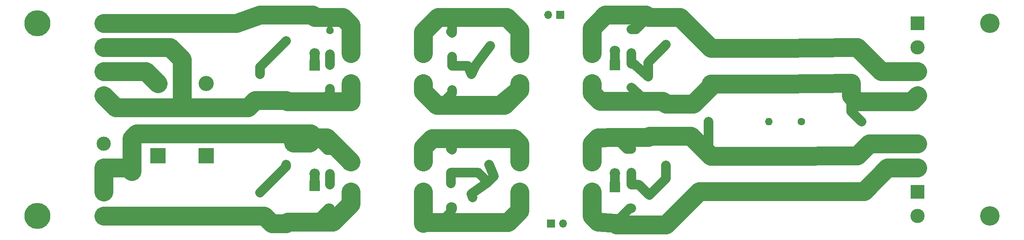
<source format=gbr>
G04 #@! TF.FileFunction,Copper,L1,Top,Signal*
%FSLAX46Y46*%
G04 Gerber Fmt 4.6, Leading zero omitted, Abs format (unit mm)*
G04 Created by KiCad (PCBNEW 4.0.7) date 09/14/20 12:11:08*
%MOMM*%
%LPD*%
G01*
G04 APERTURE LIST*
%ADD10C,0.100000*%
%ADD11R,1.700000X1.700000*%
%ADD12O,1.700000X1.700000*%
%ADD13C,1.600000*%
%ADD14O,1.600000X1.600000*%
%ADD15R,2.400000X2.400000*%
%ADD16C,2.400000*%
%ADD17R,3.200000X3.200000*%
%ADD18O,3.200000X3.200000*%
%ADD19R,2.200000X2.200000*%
%ADD20O,2.200000X2.200000*%
%ADD21R,3.000000X3.000000*%
%ADD22C,3.000000*%
%ADD23C,5.500000*%
%ADD24C,4.100000*%
%ADD25C,1.000000*%
%ADD26C,4.000000*%
%ADD27C,2.000000*%
G04 APERTURE END LIST*
D10*
D11*
X149520000Y-47800000D03*
D12*
X146980000Y-47800000D03*
D13*
X86270000Y-47800000D03*
D14*
X86270000Y-60300000D03*
D13*
X86270000Y-72800000D03*
D14*
X86270000Y-85300000D03*
D13*
X130770000Y-47800000D03*
D14*
X130770000Y-60300000D03*
D13*
X131020000Y-73800000D03*
D14*
X131020000Y-86300000D03*
D13*
X168020000Y-60800000D03*
D14*
X168020000Y-48300000D03*
D13*
X168270000Y-85800000D03*
D14*
X168270000Y-73300000D03*
D15*
X181270000Y-54800000D03*
D16*
X181270000Y-62300000D03*
D15*
X181270000Y-77550000D03*
D16*
X181270000Y-85050000D03*
D15*
X196020000Y-54800000D03*
D16*
X196020000Y-62300000D03*
D15*
X196020000Y-77550000D03*
D16*
X196020000Y-85050000D03*
D15*
X210820000Y-54610000D03*
D16*
X210820000Y-62110000D03*
D15*
X210820000Y-77470000D03*
D16*
X210820000Y-84970000D03*
D17*
X64770000Y-49530000D03*
D18*
X64770000Y-62230000D03*
D17*
X64770000Y-77470000D03*
D18*
X64770000Y-90170000D03*
D17*
X74930000Y-49530000D03*
D18*
X74930000Y-62230000D03*
D17*
X74930000Y-77470000D03*
D18*
X74930000Y-90170000D03*
D19*
X97790000Y-48260000D03*
D20*
X97790000Y-55880000D03*
D19*
X97790000Y-58420000D03*
D20*
X97790000Y-66040000D03*
D19*
X97790000Y-73660000D03*
D20*
X97790000Y-81280000D03*
D19*
X97790000Y-83820000D03*
D20*
X97790000Y-91440000D03*
D19*
X161020000Y-47800000D03*
D20*
X161020000Y-55420000D03*
D19*
X161020000Y-58300000D03*
D20*
X161020000Y-65920000D03*
D19*
X161020000Y-73550000D03*
D20*
X161020000Y-81170000D03*
D19*
X161020000Y-84050000D03*
D20*
X161020000Y-91670000D03*
D21*
X53340000Y-54610000D03*
D22*
X53340000Y-49530000D03*
D21*
X53340000Y-64770000D03*
D22*
X53340000Y-59690000D03*
D21*
X53340000Y-80010000D03*
D22*
X53340000Y-74930000D03*
D21*
X53340000Y-90170000D03*
D22*
X53340000Y-85090000D03*
D21*
X224790000Y-59690000D03*
D22*
X224790000Y-64770000D03*
D21*
X224790000Y-85090000D03*
D22*
X224790000Y-90170000D03*
D21*
X224790000Y-49530000D03*
D22*
X224790000Y-54610000D03*
D21*
X224790000Y-74930000D03*
D22*
X224790000Y-80010000D03*
X120650000Y-55880000D03*
X105410000Y-55880000D03*
X120650000Y-62230000D03*
X105410000Y-62230000D03*
X120650000Y-78740000D03*
X105410000Y-78740000D03*
X120650000Y-85090000D03*
X105410000Y-85090000D03*
X156210000Y-55880000D03*
X140970000Y-55880000D03*
X156210000Y-62230000D03*
X140970000Y-62230000D03*
X156210000Y-78740000D03*
X140970000Y-78740000D03*
X156210000Y-85090000D03*
X140970000Y-85090000D03*
D23*
X39370000Y-49530000D03*
X39370000Y-90170000D03*
D24*
X240030000Y-49530000D03*
X240030000Y-90170000D03*
D13*
X91770000Y-53300000D03*
D14*
X91770000Y-65800000D03*
D13*
X91770000Y-79300000D03*
D14*
X91770000Y-91800000D03*
D13*
X101020000Y-51050000D03*
X101020000Y-56050000D03*
X101020000Y-76300000D03*
X101020000Y-81300000D03*
X126770000Y-51550000D03*
X126770000Y-56550000D03*
X126520000Y-76050000D03*
X126520000Y-81050000D03*
X164520000Y-50800000D03*
X164520000Y-55800000D03*
X164520000Y-76050000D03*
X164520000Y-81050000D03*
X101020000Y-58300000D03*
X101020000Y-63300000D03*
X101020000Y-83550000D03*
X101020000Y-88550000D03*
X134770000Y-54300000D03*
D14*
X134770000Y-66800000D03*
D13*
X134520000Y-79300000D03*
D14*
X134520000Y-91800000D03*
D13*
X126770000Y-58550000D03*
X126770000Y-63550000D03*
X126520000Y-83300000D03*
X126520000Y-88300000D03*
X171770000Y-66550000D03*
D14*
X171770000Y-54050000D03*
D13*
X171770000Y-92050000D03*
D14*
X171770000Y-79550000D03*
D13*
X164520000Y-58050000D03*
X164520000Y-63050000D03*
X164520000Y-83550000D03*
X164520000Y-88550000D03*
D11*
X147520000Y-91800000D03*
D12*
X150060000Y-91800000D03*
D13*
X200270000Y-70300000D03*
D14*
X212970000Y-70300000D03*
D13*
X180770000Y-70300000D03*
D14*
X193470000Y-70300000D03*
D25*
X101020000Y-51050000D02*
X101020000Y-48260000D01*
X101270000Y-48800000D02*
X101270000Y-48260000D01*
X101270000Y-48510000D02*
X101270000Y-48800000D01*
X101020000Y-48260000D02*
X101270000Y-48510000D01*
D26*
X97790000Y-48260000D02*
X101270000Y-48260000D01*
X101270000Y-48260000D02*
X103730000Y-48260000D01*
X105410000Y-49940000D02*
X105410000Y-55880000D01*
X103730000Y-48260000D02*
X105410000Y-49940000D01*
D27*
X105240000Y-56050000D02*
X105410000Y-55880000D01*
D26*
X86270000Y-47800000D02*
X97330000Y-47800000D01*
X97330000Y-47800000D02*
X97790000Y-48260000D01*
X74930000Y-49530000D02*
X81280000Y-49530000D01*
X81280000Y-49530000D02*
X86270000Y-47800000D01*
X64770000Y-49530000D02*
X74930000Y-49530000D01*
X53340000Y-49530000D02*
X64770000Y-49530000D01*
D27*
X86270000Y-60300000D02*
X86270000Y-58800000D01*
X86270000Y-58800000D02*
X91770000Y-53300000D01*
X91770000Y-79300000D02*
X91770000Y-79800000D01*
X91770000Y-79800000D02*
X86270000Y-85300000D01*
X126520000Y-81050000D02*
X132270000Y-81050000D01*
X132270000Y-81050000D02*
X134270000Y-83050000D01*
X134520000Y-79300000D02*
X135520000Y-81800000D01*
X135520000Y-81800000D02*
X134270000Y-83050000D01*
X134270000Y-83050000D02*
X130770000Y-85550000D01*
X130770000Y-85550000D02*
X131020000Y-86300000D01*
X126770000Y-58550000D02*
X130020000Y-58550000D01*
X130020000Y-58550000D02*
X130770000Y-60300000D01*
X130770000Y-60300000D02*
X131770000Y-58300000D01*
X131770000Y-58300000D02*
X134770000Y-54300000D01*
X126770000Y-56550000D02*
X126770000Y-58550000D01*
X101020000Y-56050000D02*
X101020000Y-58300000D01*
X101020000Y-81300000D02*
X101020000Y-83550000D01*
X126520000Y-81050000D02*
X126520000Y-83300000D01*
X210820000Y-62110000D02*
X210820000Y-68150000D01*
X210820000Y-68150000D02*
X212970000Y-70300000D01*
X164520000Y-63050000D02*
X167640000Y-65920000D01*
X169770000Y-66550000D02*
X169770000Y-65920000D01*
X169140000Y-65920000D02*
X169770000Y-66550000D01*
X167640000Y-65920000D02*
X169140000Y-65920000D01*
D26*
X161020000Y-65920000D02*
X169770000Y-65920000D01*
X169770000Y-65920000D02*
X171140000Y-65920000D01*
X171140000Y-65920000D02*
X171770000Y-66550000D01*
X156210000Y-62230000D02*
X156210000Y-64240000D01*
X157890000Y-65920000D02*
X161020000Y-65920000D01*
X156210000Y-64240000D02*
X157890000Y-65920000D01*
X181270000Y-62300000D02*
X181270000Y-62800000D01*
X181270000Y-62800000D02*
X177520000Y-66550000D01*
X177520000Y-66550000D02*
X171770000Y-66550000D01*
X210820000Y-62110000D02*
X210820000Y-64770000D01*
X223520000Y-66040000D02*
X224790000Y-64770000D01*
X212090000Y-66040000D02*
X223520000Y-66040000D01*
X210820000Y-64770000D02*
X212090000Y-66040000D01*
X196020000Y-62300000D02*
X210820000Y-62110000D01*
X181270000Y-62300000D02*
X196020000Y-62300000D01*
D27*
X164520000Y-50800000D02*
X165520000Y-50800000D01*
X165520000Y-50800000D02*
X168020000Y-48300000D01*
D26*
X168020000Y-48300000D02*
X174770000Y-48300000D01*
X174770000Y-48300000D02*
X181270000Y-54800000D01*
X161020000Y-47800000D02*
X167520000Y-47800000D01*
X167520000Y-47800000D02*
X168020000Y-48300000D01*
X156210000Y-55880000D02*
X156210000Y-50610000D01*
X159020000Y-47800000D02*
X161020000Y-47800000D01*
X156210000Y-50610000D02*
X159020000Y-47800000D01*
X210820000Y-54610000D02*
X212090000Y-54610000D01*
X217170000Y-59690000D02*
X224790000Y-59690000D01*
X212090000Y-54610000D02*
X217170000Y-59690000D01*
X196020000Y-54800000D02*
X210820000Y-54610000D01*
X181270000Y-54800000D02*
X196020000Y-54800000D01*
X171770000Y-92050000D02*
X161400000Y-92050000D01*
X161400000Y-92050000D02*
X161020000Y-91670000D01*
X181270000Y-85050000D02*
X178770000Y-85050000D01*
X178770000Y-85050000D02*
X171770000Y-92050000D01*
D27*
X164140000Y-88550000D02*
X161020000Y-91670000D01*
D26*
X210820000Y-84970000D02*
X213480000Y-84970000D01*
X213480000Y-84970000D02*
X218440000Y-80010000D01*
X196020000Y-85050000D02*
X210820000Y-84970000D01*
X181270000Y-85050000D02*
X196020000Y-85050000D01*
X156210000Y-85090000D02*
X156210000Y-90170000D01*
X157480000Y-91440000D02*
X161020000Y-91670000D01*
X156210000Y-90170000D02*
X157480000Y-91440000D01*
D27*
X164520000Y-88550000D02*
X164140000Y-88550000D01*
D26*
X218440000Y-80010000D02*
X224790000Y-80010000D01*
D27*
X180770000Y-70300000D02*
X180770000Y-77050000D01*
X180770000Y-77050000D02*
X181270000Y-77550000D01*
D26*
X168270000Y-73300000D02*
X177020000Y-73300000D01*
X177020000Y-73300000D02*
X181270000Y-77550000D01*
X161020000Y-73550000D02*
X168020000Y-73550000D01*
X168020000Y-73550000D02*
X168270000Y-73300000D01*
D27*
X164520000Y-76050000D02*
X163520000Y-76050000D01*
X163520000Y-76050000D02*
X161020000Y-73550000D01*
D26*
X210820000Y-77470000D02*
X212090000Y-77470000D01*
X214630000Y-74930000D02*
X224790000Y-74930000D01*
X212090000Y-77470000D02*
X214630000Y-74930000D01*
X210820000Y-77470000D02*
X196020000Y-77550000D01*
X196020000Y-77550000D02*
X181270000Y-77550000D01*
X156210000Y-78740000D02*
X156210000Y-74930000D01*
X157480000Y-73660000D02*
X161020000Y-73550000D01*
X156210000Y-74930000D02*
X157480000Y-73660000D01*
X53340000Y-59690000D02*
X62230000Y-59690000D01*
X62230000Y-59690000D02*
X64770000Y-62230000D01*
D27*
X97790000Y-55880000D02*
X97790000Y-58420000D01*
X97790000Y-81280000D02*
X97790000Y-83820000D01*
X161020000Y-55420000D02*
X161020000Y-58300000D01*
X161020000Y-81170000D02*
X161020000Y-84050000D01*
D26*
X91770000Y-65800000D02*
X85270000Y-65800000D01*
X83760000Y-67310000D02*
X69850000Y-67310000D01*
X85270000Y-65800000D02*
X83760000Y-67310000D01*
X97790000Y-66040000D02*
X92010000Y-66040000D01*
X92010000Y-66040000D02*
X91770000Y-65800000D01*
D27*
X101020000Y-63300000D02*
X101020000Y-64300000D01*
X101020000Y-64300000D02*
X99280000Y-66040000D01*
D26*
X99280000Y-66040000D02*
X97790000Y-66040000D01*
X69850000Y-57150000D02*
X69850000Y-66040000D01*
X53340000Y-54610000D02*
X67310000Y-54610000D01*
X67310000Y-54610000D02*
X69850000Y-57150000D01*
X69850000Y-66040000D02*
X69850000Y-67310000D01*
X55880000Y-67310000D02*
X69850000Y-67310000D01*
X53340000Y-64770000D02*
X55880000Y-67310000D01*
X105410000Y-62230000D02*
X105410000Y-66040000D01*
X105410000Y-66040000D02*
X97790000Y-66040000D01*
X87140000Y-90170000D02*
X74930000Y-90170000D01*
X91770000Y-91800000D02*
X88770000Y-91800000D01*
X88770000Y-91800000D02*
X87140000Y-90170000D01*
X97790000Y-91440000D02*
X92130000Y-91440000D01*
X92130000Y-91440000D02*
X91770000Y-91800000D01*
D27*
X101020000Y-88550000D02*
X100680000Y-88550000D01*
X100680000Y-88550000D02*
X97790000Y-91440000D01*
X104870000Y-84550000D02*
X105410000Y-85090000D01*
D26*
X105410000Y-85090000D02*
X105410000Y-87630000D01*
X101600000Y-91440000D02*
X97790000Y-91440000D01*
X105410000Y-87630000D02*
X101600000Y-91440000D01*
X64770000Y-90170000D02*
X74930000Y-90170000D01*
X53340000Y-90170000D02*
X64770000Y-90170000D01*
D27*
X101020000Y-76300000D02*
X100430000Y-76300000D01*
X100430000Y-76300000D02*
X97790000Y-73660000D01*
X104600000Y-79550000D02*
X105410000Y-78740000D01*
D26*
X93270000Y-74800000D02*
X96650000Y-74800000D01*
X96650000Y-74800000D02*
X97790000Y-73660000D01*
X86270000Y-72800000D02*
X96930000Y-72800000D01*
X96930000Y-72800000D02*
X97790000Y-73660000D01*
X86270000Y-72800000D02*
X60270000Y-72800000D01*
X58480000Y-80010000D02*
X53340000Y-80010000D01*
X59270000Y-80800000D02*
X58480000Y-80010000D01*
X59270000Y-73800000D02*
X59270000Y-80800000D01*
X60270000Y-72800000D02*
X59270000Y-73800000D01*
X97790000Y-73660000D02*
X100330000Y-73660000D01*
X100330000Y-73660000D02*
X105410000Y-78740000D01*
X53340000Y-80010000D02*
X53340000Y-85090000D01*
D27*
X130770000Y-47800000D02*
X137770000Y-47800000D01*
X137770000Y-47800000D02*
X140970000Y-51000000D01*
X126770000Y-51550000D02*
X126770000Y-48300000D01*
X126520000Y-48050000D02*
X126520000Y-48300000D01*
X126770000Y-48300000D02*
X126520000Y-48050000D01*
D26*
X120650000Y-55880000D02*
X120650000Y-51420000D01*
X120650000Y-51420000D02*
X123770000Y-48300000D01*
X123770000Y-48300000D02*
X126520000Y-48300000D01*
X140970000Y-51000000D02*
X140970000Y-55880000D01*
X126520000Y-48300000D02*
X138270000Y-48300000D01*
X138270000Y-48300000D02*
X140970000Y-51000000D01*
D27*
X126520000Y-51300000D02*
X126770000Y-51550000D01*
D26*
X131020000Y-73800000D02*
X139770000Y-73800000D01*
X140970000Y-75000000D02*
X140970000Y-78740000D01*
X139770000Y-73800000D02*
X140970000Y-75000000D01*
D27*
X126520000Y-76050000D02*
X126520000Y-73800000D01*
X126270000Y-74050000D02*
X126270000Y-73800000D01*
X126520000Y-73800000D02*
X126270000Y-74050000D01*
D26*
X120650000Y-78740000D02*
X120650000Y-75670000D01*
X122520000Y-73800000D02*
X126270000Y-73800000D01*
X126270000Y-73800000D02*
X131020000Y-73800000D01*
X120650000Y-75670000D02*
X122520000Y-73800000D01*
D27*
X126770000Y-76239271D02*
X126770000Y-75800000D01*
X126770000Y-75800000D02*
X126770000Y-76239271D01*
X134770000Y-66800000D02*
X135400000Y-66800000D01*
X135400000Y-66800000D02*
X140970000Y-62230000D01*
X126770000Y-63550000D02*
X126770000Y-64300000D01*
X126770000Y-64300000D02*
X124270000Y-66800000D01*
D26*
X120650000Y-62230000D02*
X120650000Y-63930000D01*
X123520000Y-66800000D02*
X124270000Y-66800000D01*
X124270000Y-66800000D02*
X134770000Y-66800000D01*
X120650000Y-63930000D02*
X123520000Y-66800000D01*
X140970000Y-62230000D02*
X140970000Y-63600000D01*
X140970000Y-63600000D02*
X137770000Y-66800000D01*
X137770000Y-66800000D02*
X134770000Y-66800000D01*
D27*
X134520000Y-91800000D02*
X138270000Y-91800000D01*
X138270000Y-91800000D02*
X140970000Y-89100000D01*
X126520000Y-88300000D02*
X126520000Y-89300000D01*
X126520000Y-89300000D02*
X124270000Y-91550000D01*
D26*
X120650000Y-85090000D02*
X120650000Y-91680000D01*
X140970000Y-89100000D02*
X140970000Y-85090000D01*
X138520000Y-91550000D02*
X140970000Y-89100000D01*
X120780000Y-91550000D02*
X124270000Y-91550000D01*
X124270000Y-91550000D02*
X138520000Y-91550000D01*
X120650000Y-91680000D02*
X120780000Y-91550000D01*
D27*
X126770000Y-88733511D02*
X126770000Y-88300000D01*
X126770000Y-88300000D02*
X126770000Y-88733511D01*
X164520000Y-58050000D02*
X165020000Y-58050000D01*
X165020000Y-58050000D02*
X168020000Y-60800000D01*
X168020000Y-60800000D02*
X168020000Y-57800000D01*
X168020000Y-57800000D02*
X171770000Y-54050000D01*
X164520000Y-55800000D02*
X164520000Y-58050000D01*
X164520000Y-83550000D02*
X166020000Y-83550000D01*
X166020000Y-83550000D02*
X168270000Y-85800000D01*
X171770000Y-79550000D02*
X171770000Y-82300000D01*
X171770000Y-82300000D02*
X168770000Y-85300000D01*
X168770000Y-85300000D02*
X168270000Y-85800000D01*
X164520000Y-81050000D02*
X164520000Y-83550000D01*
M02*

</source>
